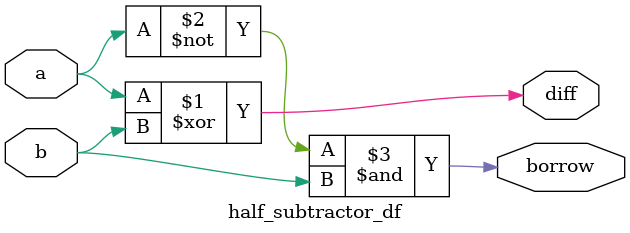
<source format=v>
module half_subtractor_df (diff, borrow, a, b);
    input a, b;
    output diff, borrow;

    assign diff   = a ^ b;
    assign borrow = (~a) & b;
endmodule

</source>
